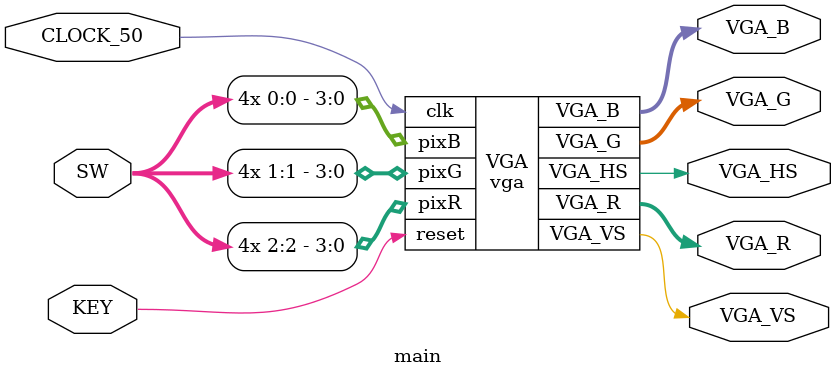
<source format=v>
module vga(VGA_R, VGA_G, VGA_B, VGA_HS, VGA_VS, pixR, pixG, pixB, clk, reset);
	output [3:0] VGA_R, VGA_G, VGA_B;
	output VGA_HS, VGA_VS;
	input  [3:0] pixR, pixG, pixB;
	input  clk, reset;

	reg  [11:0] hCount;
	reg  [10:0] vCount;
	reg  hdisp, hsync, vdisp, vsync;
	
	wire clrEn = vdisp & hdisp;

	assign VGA_HS = hsync;
	assign VGA_VS = vsync;
	assign VGA_R  = clrEn ? pixR :4'd0;
	assign VGA_G  = clrEn ? pixG :4'd0;
	assign VGA_B  = clrEn ? pixB :4'd0;

	// Counter Control
	always @(posedge clk or negedge reset) begin
		if(~reset)
			{hCount, vCount} <= 23'd0;
		else if(hCount == 12'd1039)
			{hCount, vCount} <= {12'd0, vCount+11'd1};
		else if(vCount == 11'd665)
			{hCount, vCount} <= 23'd0;
		else
			hCount <= hCount + 12'd1;
	end

	// Horizontal Control
	always @(posedge clk or negedge reset) begin
		if(~reset)
			{hdisp, hsync} = 2'b10;
		else case(hCount)			// Important Struct. default values are registered.
			12'd0000: {hdisp, hsync} = 2'b10;
			12'd0800: {hdisp, hsync} = 2'b00;
			12'd0856: {hdisp, hsync} = 2'b01;
			12'd0976: {hdisp, hsync} = 2'b00;
		endcase
	end

	// Vertical Control
	always @(posedge clk or negedge reset) begin
		if(~reset)
			{vdisp, vsync} = 2'b10;
		else case(vCount)			// Important Struct. default values are registered.
			11'd000: {vdisp, vsync} = 2'b10;
			11'd600: {vdisp, vsync} = 2'b00;
			11'd637: {vdisp, vsync} = 2'b01;
			11'd643: {vdisp, vsync} = 2'b00;
		endcase
	end
endmodule

module main(VGA_R, VGA_G, VGA_B, VGA_HS, VGA_VS, SW, KEY, CLOCK_50);
	output [3:0] VGA_R, VGA_G, VGA_B;
	output VGA_HS, VGA_VS;
	input  [2:0] SW;
	input  [3:3] KEY;
	input  CLOCK_50;

	vga VGA(VGA_R, VGA_G, VGA_B, VGA_HS, VGA_VS, {4{SW[2]}}, {4{SW[1]}}, {4{SW[0]}}, CLOCK_50, KEY);
endmodule

</source>
